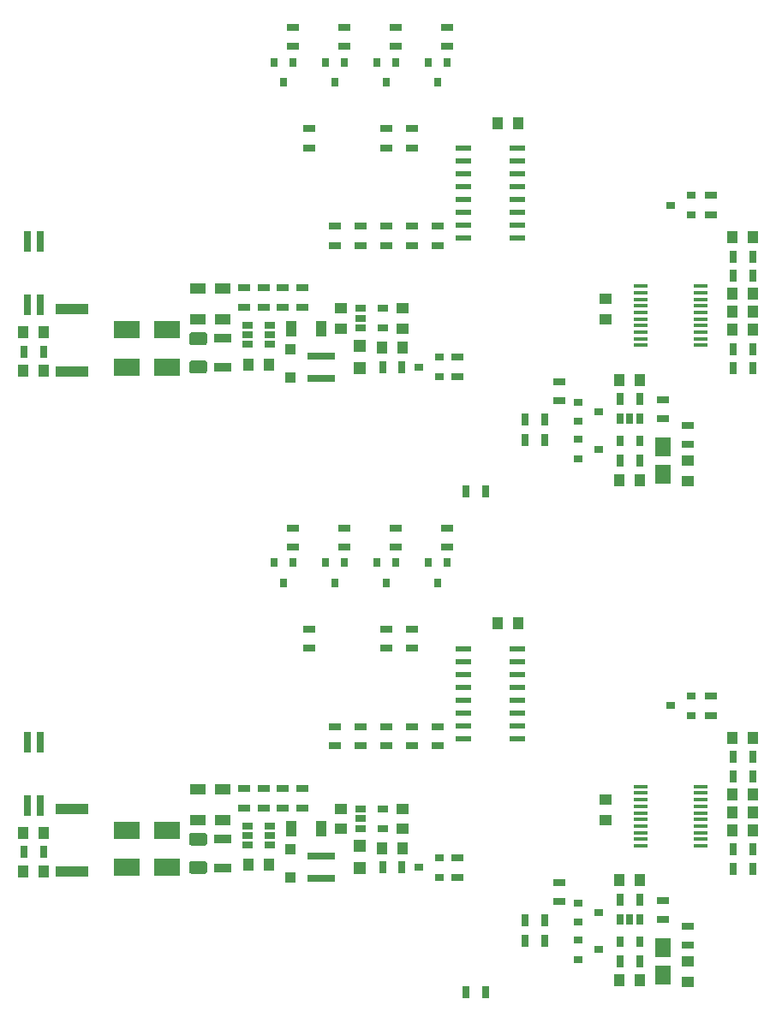
<source format=gbr>
%TF.GenerationSoftware,KiCad,Pcbnew,(5.0.1)-3*%
%TF.CreationDate,2019-02-02T04:30:43+03:00*%
%TF.ProjectId,Thermostat_V1 - Copy,546865726D6F737461745F5631202D20,rev?*%
%TF.SameCoordinates,Original*%
%TF.FileFunction,Paste,Top*%
%TF.FilePolarity,Positive*%
%FSLAX46Y46*%
G04 Gerber Fmt 4.6, Leading zero omitted, Abs format (unit mm)*
G04 Created by KiCad (PCBNEW (5.0.1)-3) date 2/2/2019 4:30:43 AM*
%MOMM*%
%LPD*%
G01*
G04 APERTURE LIST*
%ADD10R,1.300000X0.700000*%
%ADD11R,1.060000X0.650000*%
%ADD12R,1.100000X1.100000*%
%ADD13R,1.450000X0.450000*%
%ADD14R,0.900000X0.800000*%
%ADD15R,2.700000X0.800000*%
%ADD16R,0.700000X1.300000*%
%ADD17R,1.250000X1.000000*%
%ADD18R,1.000000X1.250000*%
%ADD19R,1.500000X0.600000*%
%ADD20R,0.800000X0.900000*%
%ADD21R,1.600000X1.000000*%
%ADD22R,1.000000X1.600000*%
%ADD23R,2.500000X1.800000*%
%ADD24R,1.200000X1.200000*%
%ADD25R,1.500000X1.950000*%
%ADD26R,3.200000X1.000000*%
%ADD27R,0.640000X2.000000*%
%ADD28C,0.100000*%
%ADD29C,1.250000*%
%ADD30R,0.650000X1.060000*%
%ADD31R,1.700000X0.900000*%
G04 APERTURE END LIST*
D10*
X68326000Y-147224000D03*
X68326000Y-145324000D03*
X93345000Y-129322000D03*
X93345000Y-131222000D03*
X67310000Y-114585000D03*
X67310000Y-112685000D03*
X57150000Y-114585000D03*
X57150000Y-112685000D03*
X52070000Y-114585000D03*
X52070000Y-112685000D03*
X62230000Y-112685000D03*
X62230000Y-114585000D03*
D11*
X47541000Y-143099000D03*
X47541000Y-144049000D03*
X47541000Y-142149000D03*
X49741000Y-142149000D03*
X49741000Y-143099000D03*
X49741000Y-144049000D03*
D12*
X51816000Y-144493000D03*
X51816000Y-147293000D03*
D13*
X86458000Y-144119000D03*
X86458000Y-143469000D03*
X86458000Y-142819000D03*
X86458000Y-142169000D03*
X86458000Y-141519000D03*
X86458000Y-140869000D03*
X86458000Y-140219000D03*
X86458000Y-139569000D03*
X86458000Y-138919000D03*
X86458000Y-138269000D03*
X92358000Y-138269000D03*
X92358000Y-138919000D03*
X92358000Y-139569000D03*
X92358000Y-140219000D03*
X92358000Y-140869000D03*
X92358000Y-141519000D03*
X92358000Y-142169000D03*
X92358000Y-142819000D03*
X92358000Y-143469000D03*
X92358000Y-144119000D03*
D14*
X82280000Y-150719000D03*
X80280000Y-151669000D03*
X80280000Y-149769000D03*
D11*
X60917000Y-140498000D03*
X60917000Y-142398000D03*
X58717000Y-142398000D03*
X58717000Y-141448000D03*
X58717000Y-140498000D03*
D15*
X54864000Y-145174000D03*
X54864000Y-147374000D03*
D16*
X95570000Y-137257000D03*
X97470000Y-137257000D03*
X74996000Y-153513000D03*
X76896000Y-153513000D03*
X95570000Y-135352000D03*
X97470000Y-135352000D03*
X95570000Y-146401000D03*
X97470000Y-146401000D03*
D10*
X51054000Y-138466000D03*
X51054000Y-140366000D03*
D16*
X69154000Y-158593000D03*
X71054000Y-158593000D03*
X76896000Y-151481000D03*
X74996000Y-151481000D03*
X84394000Y-155545000D03*
X86294000Y-155545000D03*
D10*
X47244000Y-140366000D03*
X47244000Y-138466000D03*
X52959000Y-138466000D03*
X52959000Y-140366000D03*
X88646000Y-149515000D03*
X88646000Y-151415000D03*
X78359000Y-147737000D03*
X78359000Y-149637000D03*
X49149000Y-140366000D03*
X49149000Y-138466000D03*
D17*
X56769000Y-142448000D03*
X56769000Y-140448000D03*
D18*
X60849000Y-144369000D03*
X62849000Y-144369000D03*
X95520000Y-139035000D03*
X97520000Y-139035000D03*
X97520000Y-140813000D03*
X95520000Y-140813000D03*
X97520000Y-142591000D03*
X95520000Y-142591000D03*
X27416000Y-142845000D03*
X25416000Y-142845000D03*
X27416000Y-146655000D03*
X25416000Y-146655000D03*
X49641000Y-146020000D03*
X47641000Y-146020000D03*
D17*
X82931000Y-141559000D03*
X82931000Y-139559000D03*
X62865000Y-140448000D03*
X62865000Y-142448000D03*
D18*
X74279000Y-122144000D03*
X72279000Y-122144000D03*
D16*
X95570000Y-144496000D03*
X97470000Y-144496000D03*
D10*
X91059000Y-153955000D03*
X91059000Y-152055000D03*
D18*
X86344000Y-157450000D03*
X84344000Y-157450000D03*
D17*
X91059000Y-157561000D03*
X91059000Y-155561000D03*
D18*
X95520000Y-133447000D03*
X97520000Y-133447000D03*
X86344000Y-147544000D03*
X84344000Y-147544000D03*
D10*
X61281319Y-134245061D03*
X61281319Y-132345061D03*
X63821319Y-132345061D03*
X63821319Y-134245061D03*
D14*
X82280000Y-154402000D03*
X80280000Y-155352000D03*
X80280000Y-153452000D03*
D10*
X53661319Y-124593061D03*
X53661319Y-122693061D03*
X61281319Y-124593061D03*
X61281319Y-122693061D03*
D19*
X74268319Y-124659061D03*
X74268319Y-125929061D03*
X74268319Y-127199061D03*
X74268319Y-128469061D03*
X74268319Y-129739061D03*
X74268319Y-131009061D03*
X74268319Y-132279061D03*
X74268319Y-133549061D03*
X68868319Y-133549061D03*
X68868319Y-132279061D03*
X68868319Y-131009061D03*
X68868319Y-129739061D03*
X68868319Y-128469061D03*
X68868319Y-127199061D03*
X68868319Y-125929061D03*
X68868319Y-124659061D03*
D20*
X52067500Y-116127500D03*
X50167500Y-116127500D03*
X51117500Y-118127500D03*
D10*
X58741319Y-134245061D03*
X58741319Y-132345061D03*
X63821319Y-122693061D03*
X63821319Y-124593061D03*
X66361319Y-134245061D03*
X66361319Y-132345061D03*
X56201319Y-132345061D03*
X56201319Y-134245061D03*
D21*
X45085000Y-138551000D03*
X45085000Y-141551000D03*
D20*
X61277500Y-118127500D03*
X60327500Y-116127500D03*
X62227500Y-116127500D03*
X66357500Y-118127500D03*
X65407500Y-116127500D03*
X67307500Y-116127500D03*
D22*
X54840000Y-142464000D03*
X51840000Y-142464000D03*
D21*
X42672000Y-141551000D03*
X42672000Y-138551000D03*
D23*
X39592000Y-142591000D03*
X35592000Y-142591000D03*
D24*
X58674000Y-146358000D03*
X58674000Y-144158000D03*
D25*
X88646000Y-156920000D03*
X88646000Y-154170000D03*
D16*
X86294000Y-149449000D03*
X84394000Y-149449000D03*
D14*
X91424000Y-131222000D03*
X91424000Y-129322000D03*
X89424000Y-130272000D03*
X64532000Y-146274000D03*
X66532000Y-145324000D03*
X66532000Y-147224000D03*
D20*
X57147500Y-116127500D03*
X55247500Y-116127500D03*
X56197500Y-118127500D03*
D26*
X30226000Y-140507000D03*
X30226000Y-146707000D03*
D27*
X25781000Y-133853000D03*
X27051000Y-133853000D03*
X27051000Y-140153000D03*
X25781000Y-140153000D03*
D28*
G36*
X43321504Y-142853204D02*
X43345773Y-142856804D01*
X43369571Y-142862765D01*
X43392671Y-142871030D01*
X43414849Y-142881520D01*
X43435893Y-142894133D01*
X43455598Y-142908747D01*
X43473777Y-142925223D01*
X43490253Y-142943402D01*
X43504867Y-142963107D01*
X43517480Y-142984151D01*
X43527970Y-143006329D01*
X43536235Y-143029429D01*
X43542196Y-143053227D01*
X43545796Y-143077496D01*
X43547000Y-143102000D01*
X43547000Y-143852000D01*
X43545796Y-143876504D01*
X43542196Y-143900773D01*
X43536235Y-143924571D01*
X43527970Y-143947671D01*
X43517480Y-143969849D01*
X43504867Y-143990893D01*
X43490253Y-144010598D01*
X43473777Y-144028777D01*
X43455598Y-144045253D01*
X43435893Y-144059867D01*
X43414849Y-144072480D01*
X43392671Y-144082970D01*
X43369571Y-144091235D01*
X43345773Y-144097196D01*
X43321504Y-144100796D01*
X43297000Y-144102000D01*
X42047000Y-144102000D01*
X42022496Y-144100796D01*
X41998227Y-144097196D01*
X41974429Y-144091235D01*
X41951329Y-144082970D01*
X41929151Y-144072480D01*
X41908107Y-144059867D01*
X41888402Y-144045253D01*
X41870223Y-144028777D01*
X41853747Y-144010598D01*
X41839133Y-143990893D01*
X41826520Y-143969849D01*
X41816030Y-143947671D01*
X41807765Y-143924571D01*
X41801804Y-143900773D01*
X41798204Y-143876504D01*
X41797000Y-143852000D01*
X41797000Y-143102000D01*
X41798204Y-143077496D01*
X41801804Y-143053227D01*
X41807765Y-143029429D01*
X41816030Y-143006329D01*
X41826520Y-142984151D01*
X41839133Y-142963107D01*
X41853747Y-142943402D01*
X41870223Y-142925223D01*
X41888402Y-142908747D01*
X41908107Y-142894133D01*
X41929151Y-142881520D01*
X41951329Y-142871030D01*
X41974429Y-142862765D01*
X41998227Y-142856804D01*
X42022496Y-142853204D01*
X42047000Y-142852000D01*
X43297000Y-142852000D01*
X43321504Y-142853204D01*
X43321504Y-142853204D01*
G37*
D29*
X42672000Y-143477000D03*
D28*
G36*
X43321504Y-145653204D02*
X43345773Y-145656804D01*
X43369571Y-145662765D01*
X43392671Y-145671030D01*
X43414849Y-145681520D01*
X43435893Y-145694133D01*
X43455598Y-145708747D01*
X43473777Y-145725223D01*
X43490253Y-145743402D01*
X43504867Y-145763107D01*
X43517480Y-145784151D01*
X43527970Y-145806329D01*
X43536235Y-145829429D01*
X43542196Y-145853227D01*
X43545796Y-145877496D01*
X43547000Y-145902000D01*
X43547000Y-146652000D01*
X43545796Y-146676504D01*
X43542196Y-146700773D01*
X43536235Y-146724571D01*
X43527970Y-146747671D01*
X43517480Y-146769849D01*
X43504867Y-146790893D01*
X43490253Y-146810598D01*
X43473777Y-146828777D01*
X43455598Y-146845253D01*
X43435893Y-146859867D01*
X43414849Y-146872480D01*
X43392671Y-146882970D01*
X43369571Y-146891235D01*
X43345773Y-146897196D01*
X43321504Y-146900796D01*
X43297000Y-146902000D01*
X42047000Y-146902000D01*
X42022496Y-146900796D01*
X41998227Y-146897196D01*
X41974429Y-146891235D01*
X41951329Y-146882970D01*
X41929151Y-146872480D01*
X41908107Y-146859867D01*
X41888402Y-146845253D01*
X41870223Y-146828777D01*
X41853747Y-146810598D01*
X41839133Y-146790893D01*
X41826520Y-146769849D01*
X41816030Y-146747671D01*
X41807765Y-146724571D01*
X41801804Y-146700773D01*
X41798204Y-146676504D01*
X41797000Y-146652000D01*
X41797000Y-145902000D01*
X41798204Y-145877496D01*
X41801804Y-145853227D01*
X41807765Y-145829429D01*
X41816030Y-145806329D01*
X41826520Y-145784151D01*
X41839133Y-145763107D01*
X41853747Y-145743402D01*
X41870223Y-145725223D01*
X41888402Y-145708747D01*
X41908107Y-145694133D01*
X41929151Y-145681520D01*
X41951329Y-145671030D01*
X41974429Y-145662765D01*
X41998227Y-145656804D01*
X42022496Y-145653204D01*
X42047000Y-145652000D01*
X43297000Y-145652000D01*
X43321504Y-145653204D01*
X43321504Y-145653204D01*
G37*
D29*
X42672000Y-146277000D03*
D16*
X60899000Y-146274000D03*
X62799000Y-146274000D03*
D30*
X86294000Y-153597000D03*
X84394000Y-153597000D03*
X84394000Y-151397000D03*
X85344000Y-151397000D03*
X86294000Y-151397000D03*
D23*
X35592000Y-146274000D03*
X39592000Y-146274000D03*
D16*
X25466000Y-144750000D03*
X27366000Y-144750000D03*
D31*
X45085000Y-143427000D03*
X45085000Y-146327000D03*
D10*
X62230000Y-65085000D03*
X62230000Y-63185000D03*
X67310000Y-63185000D03*
X67310000Y-65085000D03*
X93345000Y-81722000D03*
X93345000Y-79822000D03*
X52070000Y-63185000D03*
X52070000Y-65085000D03*
X68326000Y-95824000D03*
X68326000Y-97724000D03*
X57150000Y-63185000D03*
X57150000Y-65085000D03*
D18*
X95520000Y-91313000D03*
X97520000Y-91313000D03*
X95520000Y-93091000D03*
X97520000Y-93091000D03*
D17*
X82931000Y-90059000D03*
X82931000Y-92059000D03*
D18*
X72279000Y-72644000D03*
X74279000Y-72644000D03*
D17*
X62865000Y-92948000D03*
X62865000Y-90948000D03*
X91059000Y-106061000D03*
X91059000Y-108061000D03*
X56769000Y-90948000D03*
X56769000Y-92948000D03*
D18*
X47641000Y-96520000D03*
X49641000Y-96520000D03*
X25416000Y-97155000D03*
X27416000Y-97155000D03*
X84344000Y-98044000D03*
X86344000Y-98044000D03*
X97520000Y-83947000D03*
X95520000Y-83947000D03*
X25416000Y-93345000D03*
X27416000Y-93345000D03*
X97520000Y-89535000D03*
X95520000Y-89535000D03*
X84344000Y-107950000D03*
X86344000Y-107950000D03*
X62849000Y-94869000D03*
X60849000Y-94869000D03*
D10*
X91059000Y-102555000D03*
X91059000Y-104455000D03*
D16*
X97470000Y-94996000D03*
X95570000Y-94996000D03*
D10*
X88646000Y-101915000D03*
X88646000Y-100015000D03*
D16*
X86294000Y-106045000D03*
X84394000Y-106045000D03*
D10*
X52959000Y-90866000D03*
X52959000Y-88966000D03*
X51054000Y-90866000D03*
X51054000Y-88966000D03*
X47244000Y-88966000D03*
X47244000Y-90866000D03*
X49149000Y-88966000D03*
X49149000Y-90866000D03*
X78359000Y-100137000D03*
X78359000Y-98237000D03*
D16*
X97470000Y-96901000D03*
X95570000Y-96901000D03*
X74996000Y-101981000D03*
X76896000Y-101981000D03*
X71054000Y-109093000D03*
X69154000Y-109093000D03*
X97470000Y-85852000D03*
X95570000Y-85852000D03*
X76896000Y-104013000D03*
X74996000Y-104013000D03*
X97470000Y-87757000D03*
X95570000Y-87757000D03*
X84394000Y-99949000D03*
X86294000Y-99949000D03*
X27366000Y-95250000D03*
X25466000Y-95250000D03*
D31*
X45085000Y-96827000D03*
X45085000Y-93927000D03*
D30*
X86294000Y-101897000D03*
X85344000Y-101897000D03*
X84394000Y-101897000D03*
X84394000Y-104097000D03*
X86294000Y-104097000D03*
D24*
X58674000Y-94658000D03*
X58674000Y-96858000D03*
D16*
X62799000Y-96774000D03*
X60899000Y-96774000D03*
D25*
X88646000Y-104670000D03*
X88646000Y-107420000D03*
D23*
X35592000Y-93091000D03*
X39592000Y-93091000D03*
X39592000Y-96774000D03*
X35592000Y-96774000D03*
D28*
G36*
X43321504Y-96153204D02*
X43345773Y-96156804D01*
X43369571Y-96162765D01*
X43392671Y-96171030D01*
X43414849Y-96181520D01*
X43435893Y-96194133D01*
X43455598Y-96208747D01*
X43473777Y-96225223D01*
X43490253Y-96243402D01*
X43504867Y-96263107D01*
X43517480Y-96284151D01*
X43527970Y-96306329D01*
X43536235Y-96329429D01*
X43542196Y-96353227D01*
X43545796Y-96377496D01*
X43547000Y-96402000D01*
X43547000Y-97152000D01*
X43545796Y-97176504D01*
X43542196Y-97200773D01*
X43536235Y-97224571D01*
X43527970Y-97247671D01*
X43517480Y-97269849D01*
X43504867Y-97290893D01*
X43490253Y-97310598D01*
X43473777Y-97328777D01*
X43455598Y-97345253D01*
X43435893Y-97359867D01*
X43414849Y-97372480D01*
X43392671Y-97382970D01*
X43369571Y-97391235D01*
X43345773Y-97397196D01*
X43321504Y-97400796D01*
X43297000Y-97402000D01*
X42047000Y-97402000D01*
X42022496Y-97400796D01*
X41998227Y-97397196D01*
X41974429Y-97391235D01*
X41951329Y-97382970D01*
X41929151Y-97372480D01*
X41908107Y-97359867D01*
X41888402Y-97345253D01*
X41870223Y-97328777D01*
X41853747Y-97310598D01*
X41839133Y-97290893D01*
X41826520Y-97269849D01*
X41816030Y-97247671D01*
X41807765Y-97224571D01*
X41801804Y-97200773D01*
X41798204Y-97176504D01*
X41797000Y-97152000D01*
X41797000Y-96402000D01*
X41798204Y-96377496D01*
X41801804Y-96353227D01*
X41807765Y-96329429D01*
X41816030Y-96306329D01*
X41826520Y-96284151D01*
X41839133Y-96263107D01*
X41853747Y-96243402D01*
X41870223Y-96225223D01*
X41888402Y-96208747D01*
X41908107Y-96194133D01*
X41929151Y-96181520D01*
X41951329Y-96171030D01*
X41974429Y-96162765D01*
X41998227Y-96156804D01*
X42022496Y-96153204D01*
X42047000Y-96152000D01*
X43297000Y-96152000D01*
X43321504Y-96153204D01*
X43321504Y-96153204D01*
G37*
D29*
X42672000Y-96777000D03*
D28*
G36*
X43321504Y-93353204D02*
X43345773Y-93356804D01*
X43369571Y-93362765D01*
X43392671Y-93371030D01*
X43414849Y-93381520D01*
X43435893Y-93394133D01*
X43455598Y-93408747D01*
X43473777Y-93425223D01*
X43490253Y-93443402D01*
X43504867Y-93463107D01*
X43517480Y-93484151D01*
X43527970Y-93506329D01*
X43536235Y-93529429D01*
X43542196Y-93553227D01*
X43545796Y-93577496D01*
X43547000Y-93602000D01*
X43547000Y-94352000D01*
X43545796Y-94376504D01*
X43542196Y-94400773D01*
X43536235Y-94424571D01*
X43527970Y-94447671D01*
X43517480Y-94469849D01*
X43504867Y-94490893D01*
X43490253Y-94510598D01*
X43473777Y-94528777D01*
X43455598Y-94545253D01*
X43435893Y-94559867D01*
X43414849Y-94572480D01*
X43392671Y-94582970D01*
X43369571Y-94591235D01*
X43345773Y-94597196D01*
X43321504Y-94600796D01*
X43297000Y-94602000D01*
X42047000Y-94602000D01*
X42022496Y-94600796D01*
X41998227Y-94597196D01*
X41974429Y-94591235D01*
X41951329Y-94582970D01*
X41929151Y-94572480D01*
X41908107Y-94559867D01*
X41888402Y-94545253D01*
X41870223Y-94528777D01*
X41853747Y-94510598D01*
X41839133Y-94490893D01*
X41826520Y-94469849D01*
X41816030Y-94447671D01*
X41807765Y-94424571D01*
X41801804Y-94400773D01*
X41798204Y-94376504D01*
X41797000Y-94352000D01*
X41797000Y-93602000D01*
X41798204Y-93577496D01*
X41801804Y-93553227D01*
X41807765Y-93529429D01*
X41816030Y-93506329D01*
X41826520Y-93484151D01*
X41839133Y-93463107D01*
X41853747Y-93443402D01*
X41870223Y-93425223D01*
X41888402Y-93408747D01*
X41908107Y-93394133D01*
X41929151Y-93381520D01*
X41951329Y-93371030D01*
X41974429Y-93362765D01*
X41998227Y-93356804D01*
X42022496Y-93353204D01*
X42047000Y-93352000D01*
X43297000Y-93352000D01*
X43321504Y-93353204D01*
X43321504Y-93353204D01*
G37*
D29*
X42672000Y-93977000D03*
D27*
X25781000Y-90653000D03*
X27051000Y-90653000D03*
X27051000Y-84353000D03*
X25781000Y-84353000D03*
D26*
X30226000Y-97207000D03*
X30226000Y-91007000D03*
D20*
X56197500Y-68627500D03*
X55247500Y-66627500D03*
X57147500Y-66627500D03*
D14*
X66532000Y-97724000D03*
X66532000Y-95824000D03*
X64532000Y-96774000D03*
X89424000Y-80772000D03*
X91424000Y-79822000D03*
X91424000Y-81722000D03*
D20*
X62227500Y-66627500D03*
X60327500Y-66627500D03*
X61277500Y-68627500D03*
X51117500Y-68627500D03*
X50167500Y-66627500D03*
X52067500Y-66627500D03*
X67307500Y-66627500D03*
X65407500Y-66627500D03*
X66357500Y-68627500D03*
D10*
X56201319Y-84745061D03*
X56201319Y-82845061D03*
X66361319Y-82845061D03*
X66361319Y-84745061D03*
X63821319Y-84745061D03*
X63821319Y-82845061D03*
X58741319Y-82845061D03*
X58741319Y-84745061D03*
X53661319Y-73193061D03*
X53661319Y-75093061D03*
X63821319Y-75093061D03*
X63821319Y-73193061D03*
X61281319Y-73193061D03*
X61281319Y-75093061D03*
X61281319Y-82845061D03*
X61281319Y-84745061D03*
D19*
X68868319Y-75159061D03*
X68868319Y-76429061D03*
X68868319Y-77699061D03*
X68868319Y-78969061D03*
X68868319Y-80239061D03*
X68868319Y-81509061D03*
X68868319Y-82779061D03*
X68868319Y-84049061D03*
X74268319Y-84049061D03*
X74268319Y-82779061D03*
X74268319Y-81509061D03*
X74268319Y-80239061D03*
X74268319Y-78969061D03*
X74268319Y-77699061D03*
X74268319Y-76429061D03*
X74268319Y-75159061D03*
D14*
X80280000Y-103952000D03*
X80280000Y-105852000D03*
X82280000Y-104902000D03*
D21*
X42672000Y-89051000D03*
X42672000Y-92051000D03*
X45085000Y-92051000D03*
X45085000Y-89051000D03*
D22*
X51840000Y-92964000D03*
X54840000Y-92964000D03*
D12*
X51816000Y-97793000D03*
X51816000Y-94993000D03*
D15*
X54864000Y-97874000D03*
X54864000Y-95674000D03*
D11*
X58717000Y-90998000D03*
X58717000Y-91948000D03*
X58717000Y-92898000D03*
X60917000Y-92898000D03*
X60917000Y-90998000D03*
X49741000Y-94549000D03*
X49741000Y-93599000D03*
X49741000Y-92649000D03*
X47541000Y-92649000D03*
X47541000Y-94549000D03*
X47541000Y-93599000D03*
D13*
X92358000Y-94619000D03*
X92358000Y-93969000D03*
X92358000Y-93319000D03*
X92358000Y-92669000D03*
X92358000Y-92019000D03*
X92358000Y-91369000D03*
X92358000Y-90719000D03*
X92358000Y-90069000D03*
X92358000Y-89419000D03*
X92358000Y-88769000D03*
X86458000Y-88769000D03*
X86458000Y-89419000D03*
X86458000Y-90069000D03*
X86458000Y-90719000D03*
X86458000Y-91369000D03*
X86458000Y-92019000D03*
X86458000Y-92669000D03*
X86458000Y-93319000D03*
X86458000Y-93969000D03*
X86458000Y-94619000D03*
D14*
X80280000Y-100269000D03*
X80280000Y-102169000D03*
X82280000Y-101219000D03*
M02*

</source>
